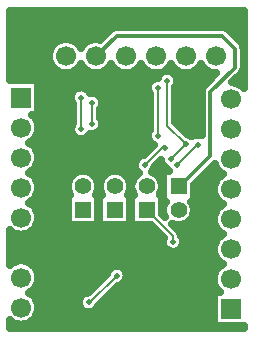
<source format=gbl>
G04 DipTrace 3.1.0.0*
G04 MSP430FR2311Breakout.gbl*
%MOIN*%
G04 #@! TF.FileFunction,Copper,L2,Bot*
G04 #@! TF.Part,Single*
G04 #@! TA.AperFunction,Conductor*
%ADD11C,0.006*%
%ADD14C,0.012*%
G04 #@! TA.AperFunction,CopperBalancing*
%ADD15C,0.025*%
G04 #@! TA.AperFunction,ComponentPad*
%ADD18R,0.066929X0.066929*%
%ADD19C,0.066929*%
%ADD20R,0.055118X0.055118*%
%ADD21C,0.055118*%
G04 #@! TA.AperFunction,ViaPad*
%ADD30C,0.02*%
%FSLAX26Y26*%
G04*
G70*
G90*
G75*
G01*
G04 Bottom*
%LPD*%
X994000Y897740D2*
D14*
X997741D1*
X1100251Y1000249D1*
Y1212751D1*
X1181500Y1294000D1*
Y1356499D1*
X1137749Y1400249D1*
X787749D1*
X719000Y1331500D1*
X937751Y631500D2*
D11*
X931500D1*
X706500Y625249D2*
Y637751D1*
X806747Y644000D2*
X800251D1*
X608322Y1237751D2*
D14*
X594000D1*
X810929D2*
X819000D1*
X1010987Y1462862D2*
D11*
X1019066D1*
X694000Y510929D2*
X698428D1*
X787749Y600251D1*
X975249Y712748D2*
Y731501D1*
X887751Y819000D1*
X948073Y1026823D2*
Y1035573D1*
X881500Y969000D1*
X669000Y1194000D2*
Y1087751D1*
X706500Y1175249D2*
Y1105564D1*
X1057427Y1036823D2*
X1055572D1*
X987749Y969000D1*
X924570Y1225932D2*
Y1066783D1*
X1019177Y1037572D2*
X969354Y987749D1*
X956500Y1250251D2*
Y1100249D1*
X1019177Y1037572D1*
D30*
X937751Y631500D3*
X706500Y625249D3*
X806747Y644000D3*
X608322Y1237751D3*
X810929D3*
X1010987Y1462862D3*
X694000Y510929D3*
X787749Y600251D3*
X975249Y712748D3*
X881500Y969000D3*
X948073Y1026823D3*
X669000Y1194000D3*
Y1087751D3*
X706500Y1175249D3*
Y1105564D3*
X987749Y969000D3*
X1057427Y1036823D3*
X924570Y1225932D3*
Y1066783D3*
X969354Y987749D3*
X1019177Y1037572D3*
X956500Y1250251D3*
X1019177Y1037572D3*
X434024Y1456747D2*
D15*
X1210323D1*
X434024Y1431878D2*
X1210323D1*
X434024Y1407009D2*
X750313D1*
X1175187D2*
X1210323D1*
X434024Y1382140D2*
X590401D1*
X647599D2*
X690401D1*
X1200040D2*
X1210339D1*
X434024Y1357272D2*
X565694D1*
X434024Y1332403D2*
X559542D1*
X434024Y1307534D2*
X564815D1*
X434024Y1282665D2*
X587179D1*
X650821D2*
X687179D1*
X750821D2*
X787179D1*
X850821D2*
X887179D1*
X967472D2*
X987179D1*
X1050821D2*
X1087179D1*
X434024Y1257797D2*
X911739D1*
X991642D2*
X1101095D1*
X1189493D2*
X1210323D1*
X528458Y1232928D2*
X889327D1*
X987687D2*
X1076241D1*
X528458Y1208059D2*
X636104D1*
X715763D2*
X893722D1*
X985489D2*
X1068282D1*
X528458Y1183190D2*
X634786D1*
X741544D2*
X895577D1*
X985489D2*
X1068282D1*
X528458Y1158322D2*
X640011D1*
X737931D2*
X895577D1*
X985489D2*
X1068282D1*
X512589Y1133453D2*
X640011D1*
X735489D2*
X895577D1*
X985489D2*
X1068282D1*
X526554Y1108584D2*
X640011D1*
X742374D2*
X895577D1*
X988126D2*
X1068282D1*
X527530Y1083715D2*
X633224D1*
X734415D2*
X893185D1*
X1012979D2*
X1068282D1*
X516300Y1058846D2*
X649581D1*
X688419D2*
X889522D1*
X512101Y1033978D2*
X906515D1*
X526407Y1009109D2*
X881661D1*
X527628Y984240D2*
X849190D1*
X516739Y959371D2*
X846896D1*
X916104D2*
X949044D1*
X1103556D2*
X1117110D1*
X511563Y934503D2*
X637325D1*
X713175D2*
X743575D1*
X819425D2*
X849825D1*
X925675D2*
X940402D1*
X1078702D2*
X1133956D1*
X526261Y909634D2*
X623116D1*
X1053849D2*
X1113888D1*
X527726Y884765D2*
X623360D1*
X1047550D2*
X1109591D1*
X517130Y859896D2*
X621700D1*
X1047550D2*
X1116817D1*
X511026Y835028D2*
X621700D1*
X1044962D2*
X1134737D1*
X526114Y810159D2*
X621700D1*
X1046769D2*
X1114132D1*
X527774Y785290D2*
X621700D1*
X1034854D2*
X1109591D1*
X517521Y760421D2*
X906368D1*
X986271D2*
X1116524D1*
X434024Y735552D2*
X931222D1*
X1003946D2*
X1135519D1*
X434024Y710684D2*
X939327D1*
X1011173D2*
X1114376D1*
X434024Y685815D2*
X952853D1*
X997647D2*
X1109591D1*
X434024Y660946D2*
X1116231D1*
X509903Y636077D2*
X1136349D1*
X525821Y611209D2*
X753585D1*
X821915D2*
X1114571D1*
X527970Y586340D2*
X733858D1*
X820743D2*
X1109542D1*
X518253Y561471D2*
X709005D1*
X788907D2*
X1115938D1*
X509317Y536602D2*
X669991D1*
X764054D2*
X1109542D1*
X525626Y511734D2*
X658028D1*
X739200D2*
X1109542D1*
X528019Y486865D2*
X668185D1*
X719815D2*
X1109542D1*
X518644Y461996D2*
X1109542D1*
X434024Y437127D2*
X463253D1*
X474742D2*
X1109542D1*
X668979Y1304251D2*
X665085Y1298017D1*
X659280Y1291220D1*
X652483Y1285415D1*
X644861Y1280744D1*
X636603Y1277323D1*
X627911Y1275237D1*
X619000Y1274535D1*
X610089Y1275237D1*
X601397Y1277323D1*
X593139Y1280744D1*
X585517Y1285415D1*
X578720Y1291220D1*
X572915Y1298017D1*
X568244Y1305639D1*
X564823Y1313897D1*
X562737Y1322589D1*
X562035Y1331500D1*
X562737Y1340411D1*
X564823Y1349103D1*
X568244Y1357361D1*
X572915Y1364983D1*
X578720Y1371780D1*
X585517Y1377585D1*
X593139Y1382256D1*
X601397Y1385677D1*
X610089Y1387763D1*
X619000Y1388465D1*
X627911Y1387763D1*
X636603Y1385677D1*
X644861Y1382256D1*
X652483Y1377585D1*
X659280Y1371780D1*
X665085Y1364983D1*
X668979Y1358749D1*
X672915Y1364983D1*
X678720Y1371780D1*
X685517Y1377585D1*
X693139Y1382256D1*
X701397Y1385677D1*
X710089Y1387763D1*
X719000Y1388465D1*
X727911Y1387763D1*
X732618Y1386801D1*
X768591Y1422681D1*
X774357Y1426534D1*
X780863Y1428934D1*
X787749Y1429749D1*
X788084Y1429736D1*
X1140064Y1429659D1*
X1146865Y1428306D1*
X1153163Y1425402D1*
X1158609Y1421109D1*
X1158836Y1420863D1*
X1203932Y1375657D1*
X1207785Y1369891D1*
X1210185Y1363385D1*
X1211000Y1356499D1*
X1210987Y1356164D1*
X1210909Y1291685D1*
X1209556Y1284884D1*
X1206653Y1278586D1*
X1202360Y1273140D1*
X1202114Y1272913D1*
X1173737Y1244518D1*
X1182298Y1243140D1*
X1190799Y1240378D1*
X1198764Y1236320D1*
X1205996Y1231066D1*
X1212825Y1224100D1*
X1212837Y1481615D1*
X431503D1*
X431502Y1251000D1*
X525965Y1250965D1*
Y1137035D1*
X506287D1*
X512316Y1130996D1*
X517570Y1123764D1*
X521628Y1115799D1*
X524391Y1107298D1*
X525789Y1098469D1*
Y1089531D1*
X524391Y1080702D1*
X521628Y1072201D1*
X517570Y1064236D1*
X512316Y1057004D1*
X505996Y1050684D1*
X498764Y1045430D1*
X496249Y1044021D1*
X502483Y1040085D1*
X509280Y1034280D1*
X515085Y1027483D1*
X519756Y1019861D1*
X523177Y1011603D1*
X525263Y1002911D1*
X525965Y994000D1*
X525263Y985089D1*
X523177Y976397D1*
X519756Y968139D1*
X515085Y960517D1*
X509280Y953720D1*
X502483Y947915D1*
X496249Y944021D1*
X502483Y940085D1*
X509280Y934280D1*
X515085Y927483D1*
X519756Y919861D1*
X523177Y911603D1*
X525263Y902911D1*
X525965Y894000D1*
X525263Y885089D1*
X523177Y876397D1*
X519756Y868139D1*
X515085Y860517D1*
X509280Y853720D1*
X502483Y847915D1*
X496249Y844021D1*
X502483Y840085D1*
X509280Y834280D1*
X515085Y827483D1*
X519756Y819861D1*
X523177Y811603D1*
X525263Y802911D1*
X525965Y794000D1*
X525263Y785089D1*
X523177Y776397D1*
X519756Y768139D1*
X515085Y760517D1*
X509280Y753720D1*
X502483Y747915D1*
X494861Y743244D1*
X486603Y739823D1*
X477911Y737737D1*
X469000Y737035D1*
X460089Y737737D1*
X451397Y739823D1*
X443139Y743244D1*
X435517Y747915D1*
X431478Y751170D1*
X431501Y636840D1*
X439236Y642570D1*
X447201Y646628D1*
X455702Y649391D1*
X464531Y650789D1*
X473469D1*
X482298Y649391D1*
X490799Y646628D1*
X498764Y642570D1*
X505996Y637316D1*
X512316Y630996D1*
X517570Y623764D1*
X521628Y615799D1*
X524391Y607298D1*
X525789Y598469D1*
Y589531D1*
X524391Y580702D1*
X521628Y572201D1*
X517570Y564236D1*
X512316Y557004D1*
X505996Y550684D1*
X498764Y545430D1*
X496249Y544021D1*
X502483Y540085D1*
X509280Y534280D1*
X515085Y527483D1*
X519756Y519861D1*
X523177Y511603D1*
X525263Y502911D1*
X525965Y494000D1*
X525263Y485089D1*
X523177Y476397D1*
X519756Y468139D1*
X515085Y460517D1*
X509280Y453720D1*
X502483Y447915D1*
X494861Y443244D1*
X486603Y439823D1*
X477911Y437737D1*
X469000Y437035D1*
X460089Y437737D1*
X451397Y439823D1*
X443139Y443244D1*
X435517Y447915D1*
X431478Y451170D1*
X431500Y425249D1*
X1212752Y425250D1*
Y430768D1*
X1112035Y430785D1*
Y544714D1*
X1131713D1*
X1125684Y550754D1*
X1120430Y557985D1*
X1116372Y565950D1*
X1113609Y574451D1*
X1112211Y583280D1*
Y592219D1*
X1113609Y601047D1*
X1116372Y609549D1*
X1120430Y617513D1*
X1125684Y624745D1*
X1132004Y631066D1*
X1139236Y636320D1*
X1141751Y637728D1*
X1135517Y641664D1*
X1128720Y647469D1*
X1122915Y654266D1*
X1118244Y661888D1*
X1114823Y670146D1*
X1112737Y678838D1*
X1112035Y687749D1*
X1112737Y696661D1*
X1114823Y705352D1*
X1118244Y713611D1*
X1122915Y721232D1*
X1128720Y728029D1*
X1135517Y733835D1*
X1141751Y737728D1*
X1135517Y741664D1*
X1128720Y747469D1*
X1122915Y754266D1*
X1118244Y761888D1*
X1114823Y770146D1*
X1112737Y778838D1*
X1112035Y787749D1*
X1112737Y796661D1*
X1114823Y805352D1*
X1118244Y813611D1*
X1122915Y821232D1*
X1128720Y828029D1*
X1135517Y833835D1*
X1141751Y837728D1*
X1135517Y841664D1*
X1128720Y847469D1*
X1122915Y854266D1*
X1118244Y861888D1*
X1114823Y870146D1*
X1112737Y878838D1*
X1112035Y887749D1*
X1112737Y896661D1*
X1114823Y905352D1*
X1118244Y913611D1*
X1122915Y921232D1*
X1128720Y928029D1*
X1135517Y933835D1*
X1141751Y937728D1*
X1135517Y941664D1*
X1128720Y947469D1*
X1122915Y954266D1*
X1118244Y961888D1*
X1114823Y970146D1*
X1114174Y972450D1*
X1045048Y903327D1*
X1045059Y846681D1*
X1036905D1*
X1041172Y838539D1*
X1043648Y830919D1*
X1044902Y823006D1*
Y814994D1*
X1043648Y807081D1*
X1041172Y799461D1*
X1037535Y792322D1*
X1032826Y785840D1*
X1027160Y780174D1*
X1020678Y775465D1*
X1013539Y771828D1*
X1005919Y769352D1*
X998006Y768098D1*
X989994D1*
X982081Y769352D1*
X974461Y771828D1*
X970560Y773651D1*
X995400Y748712D1*
X998861Y743532D1*
X1001017Y737688D1*
X1001678Y733329D1*
X1005098Y727957D1*
X1007824Y720568D1*
X1008749Y712748D1*
X1007824Y704928D1*
X1005098Y697539D1*
X1000723Y690992D1*
X994940Y685646D1*
X988069Y681798D1*
X980490Y679660D1*
X972621Y679351D1*
X964897Y680888D1*
X957746Y684185D1*
X951561Y689060D1*
X946686Y695244D1*
X943389Y702396D1*
X941853Y710120D1*
X942162Y717989D1*
X944146Y725153D1*
X901310Y767941D1*
X836692D1*
Y870059D1*
X844846D1*
X840578Y878201D1*
X838102Y885821D1*
X836849Y893734D1*
Y901746D1*
X838102Y909660D1*
X840578Y917280D1*
X844216Y924418D1*
X848925Y930900D1*
X854590Y936566D1*
X861961Y941773D1*
X857812Y945312D1*
X852937Y951496D1*
X849640Y958648D1*
X848103Y966372D1*
X848412Y974241D1*
X850550Y981820D1*
X854398Y988691D1*
X859743Y994474D1*
X866291Y998849D1*
X873680Y1001574D1*
X877249Y1002205D1*
X911133Y1036110D1*
X904879Y1039681D1*
X899096Y1045027D1*
X894721Y1051575D1*
X891995Y1058963D1*
X891070Y1066783D1*
X891995Y1074604D1*
X894721Y1081992D1*
X898085Y1087257D1*
X898070Y1205407D1*
X894721Y1210723D1*
X891995Y1218111D1*
X891070Y1225932D1*
X891995Y1233752D1*
X894721Y1241140D1*
X899096Y1247688D1*
X904879Y1253034D1*
X911750Y1256882D1*
X919329Y1259019D1*
X924272Y1259420D1*
X926651Y1265459D1*
X931026Y1272007D1*
X936809Y1277353D1*
X927911Y1275237D1*
X919000Y1274535D1*
X910089Y1275237D1*
X901397Y1277323D1*
X893139Y1280744D1*
X885517Y1285415D1*
X878720Y1291220D1*
X872915Y1298017D1*
X869021Y1304251D1*
X865085Y1298017D1*
X859280Y1291220D1*
X852483Y1285415D1*
X844861Y1280744D1*
X836603Y1277323D1*
X827911Y1275237D1*
X819000Y1274535D1*
X810089Y1275237D1*
X801397Y1277323D1*
X793139Y1280744D1*
X785517Y1285415D1*
X778720Y1291220D1*
X772915Y1298017D1*
X769021Y1304251D1*
X765085Y1298017D1*
X759280Y1291220D1*
X752483Y1285415D1*
X744861Y1280744D1*
X736603Y1277323D1*
X727911Y1275237D1*
X719000Y1274535D1*
X710089Y1275237D1*
X701397Y1277323D1*
X693139Y1280744D1*
X685517Y1285415D1*
X678720Y1291220D1*
X672915Y1298017D1*
X669021Y1304251D1*
X968979D2*
X965085Y1298017D1*
X959280Y1291220D1*
X952483Y1285415D1*
X948680Y1282825D1*
X956500Y1283751D1*
X964320Y1282825D1*
X971709Y1280099D1*
X978257Y1275724D1*
X983602Y1269941D1*
X987450Y1263071D1*
X989588Y1255491D1*
X989897Y1247622D1*
X988360Y1239899D1*
X985063Y1232747D1*
X982985Y1229777D1*
X983000Y1111237D1*
X1023403Y1070823D1*
X1029529Y1069433D1*
X1036681Y1066136D1*
X1038842Y1064691D1*
X1044607Y1067773D1*
X1052186Y1069910D1*
X1060055Y1070220D1*
X1067779Y1068683D1*
X1070760Y1067536D1*
X1070842Y1215065D1*
X1072194Y1221867D1*
X1075098Y1228164D1*
X1079391Y1233610D1*
X1079637Y1233838D1*
X1120305Y1274524D1*
X1110089Y1275237D1*
X1101397Y1277323D1*
X1093139Y1280744D1*
X1085517Y1285415D1*
X1078720Y1291220D1*
X1072915Y1298017D1*
X1069021Y1304251D1*
X1065085Y1298017D1*
X1059280Y1291220D1*
X1052483Y1285415D1*
X1044861Y1280744D1*
X1036603Y1277323D1*
X1027911Y1275237D1*
X1019000Y1274535D1*
X1010089Y1275237D1*
X1001397Y1277323D1*
X993139Y1280744D1*
X985517Y1285415D1*
X978720Y1291220D1*
X972915Y1298017D1*
X969021Y1304251D1*
X930686Y870059D2*
X938810D1*
Y805362D1*
X948506Y795820D1*
X945440Y803222D1*
X943570Y811013D1*
X942941Y819000D1*
X943570Y826987D1*
X945440Y834778D1*
X948506Y842180D1*
X951135Y846681D1*
X942941D1*
Y948799D1*
X961056D1*
X957901Y953791D1*
X956534Y956799D1*
X949664Y960647D1*
X943881Y965993D1*
X939506Y972541D1*
X936780Y979929D1*
X935924Y985973D1*
X914711Y964734D1*
X913360Y958648D1*
X910063Y951496D1*
X905474Y945621D1*
X910931Y943234D1*
X917762Y939048D1*
X923855Y933844D1*
X929058Y927752D1*
X933245Y920920D1*
X936311Y913518D1*
X938181Y905728D1*
X938810Y897740D1*
X938181Y889753D1*
X936311Y881962D1*
X933245Y874560D1*
X930616Y870059D1*
X824435D2*
X832559D1*
Y767941D1*
X730441D1*
Y870059D1*
X738595D1*
X734328Y878201D1*
X731852Y885821D1*
X730598Y893734D1*
Y901746D1*
X731852Y909660D1*
X734328Y917280D1*
X737965Y924418D1*
X742674Y930900D1*
X748340Y936566D1*
X754822Y941275D1*
X761961Y944913D1*
X769581Y947388D1*
X777494Y948642D1*
X785506D1*
X793419Y947388D1*
X801039Y944913D1*
X808178Y941275D1*
X814660Y936566D1*
X820326Y930900D1*
X825035Y924418D1*
X828672Y917280D1*
X831148Y909660D1*
X832402Y901746D1*
Y893734D1*
X831148Y885821D1*
X828672Y878201D1*
X824365Y870059D1*
X718185D2*
X726308D1*
Y767941D1*
X624190D1*
Y870059D1*
X632345D1*
X628077Y878201D1*
X625601Y885821D1*
X624348Y893734D1*
Y901746D1*
X625601Y909660D1*
X628077Y917280D1*
X631714Y924418D1*
X636424Y930900D1*
X642089Y936566D1*
X648571Y941275D1*
X655710Y944913D1*
X663330Y947388D1*
X671243Y948642D1*
X679255D1*
X687169Y947388D1*
X694789Y944913D1*
X701928Y941275D1*
X708410Y936566D1*
X714075Y930900D1*
X718784Y924418D1*
X722422Y917280D1*
X724898Y909660D1*
X726151Y901746D1*
Y893734D1*
X724898Y885821D1*
X722422Y878201D1*
X718114Y870059D1*
X694432Y544410D2*
X754509Y604487D1*
X755889Y610603D1*
X759186Y617754D1*
X764061Y623939D1*
X770246Y628814D1*
X777397Y632111D1*
X785121Y633647D1*
X792990Y633338D1*
X800569Y631201D1*
X807440Y627353D1*
X813223Y622007D1*
X817598Y615459D1*
X820324Y608071D1*
X821249Y600251D1*
X820324Y592430D1*
X817598Y585042D1*
X813223Y578494D1*
X807440Y573149D1*
X800569Y569301D1*
X792990Y567163D1*
X792000Y567046D1*
X725860Y500577D1*
X722563Y493425D1*
X717688Y487241D1*
X711504Y482366D1*
X704352Y479069D1*
X696628Y477532D1*
X688759Y477842D1*
X681180Y479979D1*
X674309Y483827D1*
X668526Y489173D1*
X664151Y495720D1*
X661426Y503109D1*
X660500Y510929D1*
X661426Y518750D1*
X664151Y526138D1*
X668526Y532686D1*
X674309Y538031D1*
X681180Y541879D1*
X688759Y544017D1*
X694462Y544411D1*
X642500Y1108210D2*
Y1173542D1*
X639151Y1178791D1*
X636426Y1186180D1*
X635500Y1194000D1*
X636426Y1201820D1*
X639151Y1209209D1*
X643526Y1215757D1*
X649309Y1221102D1*
X656180Y1224950D1*
X663759Y1227088D1*
X671628Y1227397D1*
X679352Y1225860D1*
X686504Y1222563D1*
X692688Y1217688D1*
X697563Y1211504D1*
X699412Y1207986D1*
X706500Y1208749D1*
X714320Y1207824D1*
X721709Y1205098D1*
X728257Y1200723D1*
X733602Y1194940D1*
X737450Y1188069D1*
X739588Y1180490D1*
X739897Y1172621D1*
X738360Y1164897D1*
X735063Y1157746D1*
X732985Y1154776D1*
X733000Y1126079D1*
X736349Y1120773D1*
X739074Y1113385D1*
X740000Y1105564D1*
X739074Y1097744D1*
X736349Y1090356D1*
X731974Y1083808D1*
X726191Y1078462D1*
X719320Y1074614D1*
X711741Y1072477D1*
X703872Y1072168D1*
X699032Y1072920D1*
X696102Y1068060D1*
X690757Y1062277D1*
X684209Y1057902D1*
X676820Y1055176D1*
X669000Y1054251D1*
X661180Y1055176D1*
X653791Y1057902D1*
X647243Y1062277D1*
X641898Y1068060D1*
X638050Y1074931D1*
X635912Y1082510D1*
X635603Y1090379D1*
X637140Y1098103D1*
X640437Y1105254D1*
X642515Y1108224D1*
D18*
X519000Y1331500D3*
D19*
X619000D3*
X719000D3*
X819000D3*
X919000D3*
X1019000D3*
X1119000D3*
D18*
X469000Y1194000D3*
D19*
Y1094000D3*
Y994000D3*
Y894000D3*
Y794000D3*
Y694000D3*
Y594000D3*
Y494000D3*
D18*
X1169000Y487749D3*
D19*
Y587749D3*
Y687749D3*
Y787749D3*
Y887749D3*
Y987749D3*
Y1087749D3*
Y1187749D3*
D20*
X887751Y819000D3*
D21*
Y897740D3*
D20*
X781500Y819000D3*
D21*
Y897740D3*
D20*
X675249Y819000D3*
D21*
Y897740D3*
D20*
X994000D3*
D21*
Y819000D3*
M02*

</source>
